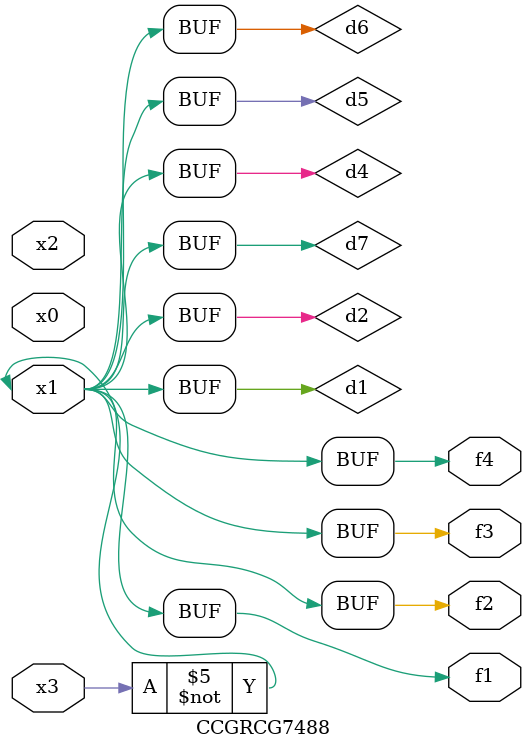
<source format=v>
module CCGRCG7488(
	input x0, x1, x2, x3,
	output f1, f2, f3, f4
);

	wire d1, d2, d3, d4, d5, d6, d7;

	not (d1, x3);
	buf (d2, x1);
	xnor (d3, d1, d2);
	nor (d4, d1);
	buf (d5, d1, d2);
	buf (d6, d4, d5);
	nand (d7, d4);
	assign f1 = d6;
	assign f2 = d7;
	assign f3 = d6;
	assign f4 = d6;
endmodule

</source>
